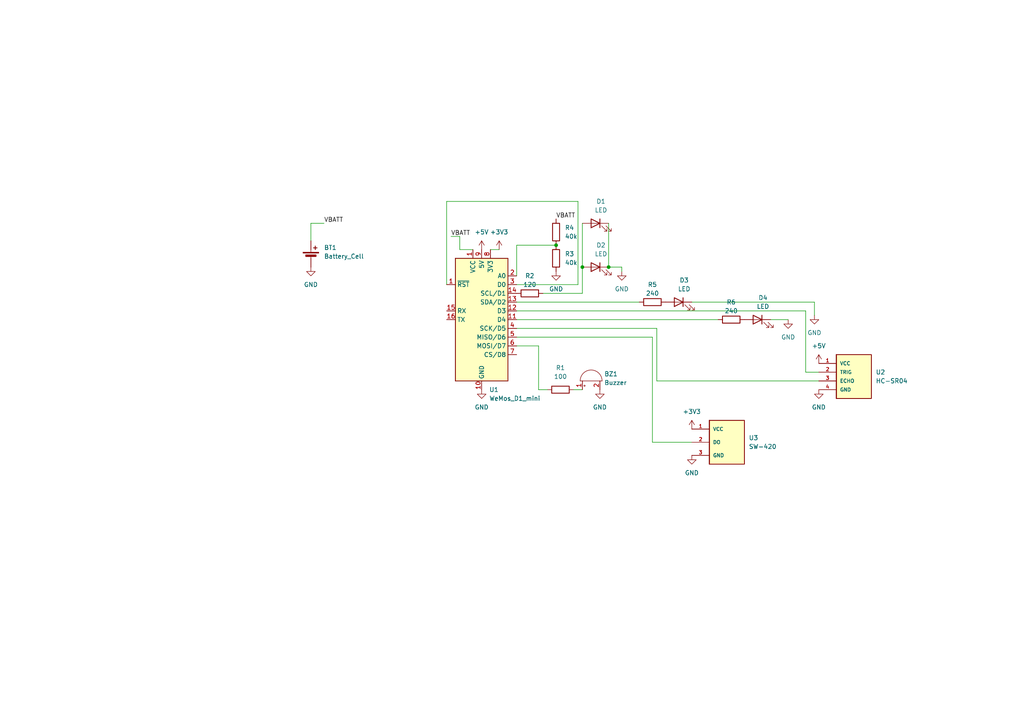
<source format=kicad_sch>
(kicad_sch (version 20230121) (generator eeschema)
  (paper "A4")
  (lib_symbols
    (symbol "Amplifier_Video:HC-SR04" (pin_names (offset 1.016))
      (property "Reference" "U" (at 0 5.08 0))
      (property "Value" "HC-SR04" (at 0 -10.16 0))
      (symbol "HC-SR04_0_0"
        (polyline (pts (xy 0 5.08) (xy 0 -7.62)) (stroke (width 0.254)))
        (rectangle (start 0 5.08) (end 10.16 -7.62) (stroke (width 0.254)) (fill (type background)))
        (pin power_in line (at -5.08 2.54 0) (length 5.08) (name "VCC") (number "1"))
        (pin bidirectional line (at -5.08 0 0) (length 5.08) (name "TRIG") (number "2"))
        (pin bidirectional line (at -5.08 -2.54 0) (length 5.08) (name "ECHO") (number "3"))
        (pin power_in line (at -5.08 -5.08 0) (length 5.08) (name "GND") (number "4"))
      )
    )
    (symbol "Device:Battery_Cell" (pin_numbers hide) (pin_names (offset 0) hide)
      (property "Reference" "BT" (at 2.54 2.54 0))
      (property "Value" "Battery_Cell" (at 2.54 0 0))
      (symbol "Battery_Cell_0_1"
        (rectangle (start -2.286 1.778) (end 2.286 1.524) (fill (type outline)))
        (rectangle (start -1.524 1.016) (end 1.524 0.508) (fill (type outline)))
        (polyline (pts (xy 0 0.762) (xy 0 0)))
        (polyline (pts (xy 0 1.778) (xy 0 2.54)))
        (polyline (pts (xy 0.762 3.048) (xy 1.778 3.048)) (stroke (width 0.254)))
        (polyline (pts (xy 1.27 3.556) (xy 1.27 2.54)) (stroke (width 0.254)))
      )
      (symbol "Battery_Cell_1_1"
        (pin passive line (at 0 5.08 270) (length 2.54) (name "+") (number "1"))
        (pin passive line (at 0 -2.54 90) (length 2.54) (name "-") (number "2"))
      )
    )
    (symbol "Device:Buzzer" (pin_names (offset 0.0254) hide)
      (property "Reference" "BZ" (at 3.81 1.27 0))
      (property "Value" "Buzzer" (at 3.81 -1.27 0))
      (symbol "Buzzer_0_1"
        (arc (start 0 -3.175) (mid 3.1612 0) (end 0 3.175))
        (polyline (pts (xy -1.651 1.905) (xy -1.143 1.905)))
        (polyline (pts (xy -1.397 2.159) (xy -1.397 1.651)))
        (polyline (pts (xy 0 3.175) (xy 0 -3.175)))
      )
      (symbol "Buzzer_1_1"
        (pin passive line (at -2.54 2.54 0) (length 2.54) (name "-") (number "1"))
        (pin passive line (at -2.54 -2.54 0) (length 2.54) (name "+") (number "2"))
      )
    )
    (symbol "Device:LED" (pin_numbers hide) (pin_names (offset 1.016) hide)
      (property "Reference" "D" (at 0 2.54 0))
      (property "Value" "LED" (at 0 -2.54 0))
      (symbol "LED_0_1"
        (polyline (pts (xy -1.27 -1.27) (xy -1.27 1.27)) (stroke (width 0.254)))
        (polyline (pts (xy -1.27 0) (xy 1.27 0)))
        (polyline (pts (xy 1.27 -1.27) (xy 1.27 1.27) (xy -1.27 0) (xy 1.27 -1.27)) (stroke (width 0.254)))
        (polyline (pts (xy -3.048 -0.762) (xy -4.572 -2.286) (xy -3.81 -2.286) (xy -4.572 -2.286) (xy -4.572 -1.524)))
        (polyline (pts (xy -1.778 -0.762) (xy -3.302 -2.286) (xy -2.54 -2.286) (xy -3.302 -2.286) (xy -3.302 -1.524)))
      )
      (symbol "LED_1_1"
        (pin passive line (at -3.81 0 0) (length 2.54) (name "K") (number "1"))
        (pin passive line (at 3.81 0 180) (length 2.54) (name "A") (number "2"))
      )
    )
    (symbol "Device:R" (pin_numbers hide) (pin_names (offset 0))
      (property "Reference" "R" (at 2.032 0 90))
      (property "Value" "R" (at 0 0 90))
      (symbol "R_0_1"
        (rectangle (start -1.016 -2.54) (end 1.016 2.54) (stroke (width 0.254)))
      )
      (symbol "R_1_1"
        (pin passive line (at 0 3.81 270) (length 1.27) (name "~") (number "1"))
        (pin passive line (at 0 -3.81 90) (length 1.27) (name "~") (number "2"))
      )
    )
    (symbol "HC-SR04_1" (pin_names (offset 1.016))
      (property "Reference" "U3" (at 11.43 0 0))
      (property "Value" "SW-420" (at 11.43 -2.54 0))
      (symbol "HC-SR04_1_0_0"
        (polyline (pts (xy 0 5.08) (xy 0 -7.62)) (stroke (width 0.254)))
        (rectangle (start 0 5.08) (end 10.16 -7.62) (stroke (width 0.254)) (fill (type background)))
        (pin power_in line (at -5.08 2.54 0) (length 5.08) (name "VCC") (number "1"))
      )
      (symbol "HC-SR04_1_1_0"
        (pin bidirectional line (at -5.08 -1.27 0) (length 5.08) (name "DO") (number "2"))
        (pin power_in line (at -5.08 -5.08 0) (length 5.08) (name "GND") (number "3"))
      )
    )
    (symbol "MCU_Module:WeMos_D1_mini"
      (property "Reference" "U1" (at 2.1941 -20.32 0))
      (property "Value" "WeMos_D1_mini" (at 2.1941 -22.86 0))
      (symbol "WeMos_D1_mini_1_1"
        (rectangle (start -7.62 17.78) (end 7.62 -17.78) (stroke (width 0.254)) (fill (type background)))
        (pin power_in line (at -2.54 20.32 270) (length 2.54) (name "VCC") (number "1"))
        (pin input line (at -10.16 10.16 0) (length 2.54) (name "~{RST}") (number "1"))
        (pin power_in line (at 0 -20.32 90) (length 2.54) (name "GND") (number "10"))
        (pin bidirectional line (at 10.16 0 180) (length 2.54) (name "D4") (number "11"))
        (pin bidirectional line (at 10.16 2.54 180) (length 2.54) (name "D3") (number "12"))
        (pin bidirectional line (at 10.16 5.08 180) (length 2.54) (name "SDA/D2") (number "13"))
        (pin bidirectional line (at 10.16 7.62 180) (length 2.54) (name "SCL/D1") (number "14"))
        (pin input line (at -10.16 2.54 0) (length 2.54) (name "RX") (number "15"))
        (pin output line (at -10.16 0 0) (length 2.54) (name "TX") (number "16"))
        (pin input line (at 10.16 12.7 180) (length 2.54) (name "A0") (number "2"))
        (pin bidirectional line (at 10.16 10.16 180) (length 2.54) (name "D0") (number "3"))
        (pin bidirectional line (at 10.16 -2.54 180) (length 2.54) (name "SCK/D5") (number "4"))
        (pin bidirectional line (at 10.16 -5.08 180) (length 2.54) (name "MISO/D6") (number "5"))
        (pin bidirectional line (at 10.16 -7.62 180) (length 2.54) (name "MOSI/D7") (number "6"))
        (pin bidirectional line (at 10.16 -10.16 180) (length 2.54) (name "CS/D8") (number "7"))
        (pin power_out line (at 2.54 20.32 270) (length 2.54) (name "3V3") (number "8"))
        (pin output line (at 0 20.32 270) (length 2.54) (name "5V") (number "9"))
      )
    )
    (symbol "power:+3V3" (power) (pin_names (offset 0))
      (property "Value" "+3V3" (at 0 3.556 0))
      (symbol "+3V3_0_1"
        (polyline (pts (xy -0.762 1.27) (xy 0 2.54)))
        (polyline (pts (xy 0 0) (xy 0 2.54)))
        (polyline (pts (xy 0 2.54) (xy 0.762 1.27)))
      )
      (symbol "+3V3_1_1"
        (pin power_in line (at 0 0 90) (length 0) hide (name "+3V3") (number "1"))
      )
    )
    (symbol "power:+5V" (power) (pin_names (offset 0))
      (property "Value" "+5V" (at 0 3.556 0))
      (symbol "+5V_0_1"
        (polyline (pts (xy -0.762 1.27) (xy 0 2.54)))
        (polyline (pts (xy 0 0) (xy 0 2.54)))
        (polyline (pts (xy 0 2.54) (xy 0.762 1.27)))
      )
      (symbol "+5V_1_1"
        (pin power_in line (at 0 0 90) (length 0) hide (name "+5V") (number "1"))
      )
    )
    (symbol "power:GND" (power) (pin_names (offset 0))
      (property "Value" "GND" (at 0 -3.81 0))
      (symbol "GND_0_1"
        (polyline (pts (xy 0 0) (xy 0 -1.27) (xy 1.27 -1.27) (xy 0 -2.54) (xy -1.27 -1.27) (xy 0 -1.27)))
      )
      (symbol "GND_1_1"
        (pin power_in line (at 0 0 270) (length 0) hide (name "GND") (number "1"))
      )
    )
  )
  (junction (at 176.53 77.47))
  (junction (at 161.29 71.12))
  (junction (at 168.91 77.47))
  (wire (pts (xy 144.78 72.39) (xy 142.24 72.39)))
  (wire (pts (xy 233.68 107.95) (xy 233.68 90.17)))
  (wire (pts (xy 149.86 71.12) (xy 149.86 80.01)))
  (wire (pts (xy 168.91 77.47) (xy 168.91 64.77)))
  (wire (pts (xy 90.17 64.77) (xy 93.98 64.77)))
  (wire (pts (xy 180.34 77.47) (xy 176.53 77.47)))
  (wire (pts (xy 190.5 110.49) (xy 237.49 110.49)))
  (wire (pts (xy 236.22 87.63) (xy 236.22 91.44)))
  (wire (pts (xy 149.86 82.55) (xy 167.64 82.55)))
  (wire (pts (xy 161.29 71.12) (xy 149.86 71.12)))
  (wire (pts (xy 149.86 90.17) (xy 233.68 90.17)))
  (wire (pts (xy 149.86 95.25) (xy 190.5 95.25)))
  (wire (pts (xy 130.81 68.58) (xy 133.35 68.58)))
  (wire (pts (xy 190.5 95.25) (xy 190.5 110.49)))
  (wire (pts (xy 156.21 113.03) (xy 158.75 113.03)))
  (wire (pts (xy 228.6 92.71) (xy 223.52 92.71)))
  (wire (pts (xy 189.23 97.79) (xy 149.86 97.79)))
  (wire (pts (xy 129.54 58.42) (xy 167.64 58.42)))
  (wire (pts (xy 176.53 64.77) (xy 176.53 77.47)))
  (wire (pts (xy 185.42 87.63) (xy 149.86 87.63)))
  (wire (pts (xy 180.34 77.47) (xy 180.34 78.74)))
  (wire (pts (xy 157.48 85.09) (xy 168.91 85.09)))
  (wire (pts (xy 208.28 92.71) (xy 149.86 92.71)))
  (wire (pts (xy 168.91 77.47) (xy 168.91 85.09)))
  (wire (pts (xy 90.17 69.85) (xy 90.17 64.77)))
  (wire (pts (xy 236.22 87.63) (xy 200.66 87.63)))
  (wire (pts (xy 129.54 82.55) (xy 129.54 58.42)))
  (wire (pts (xy 133.35 72.39) (xy 137.16 72.39)))
  (wire (pts (xy 189.23 128.27) (xy 189.23 97.79)))
  (wire (pts (xy 156.21 100.33) (xy 149.86 100.33)))
  (wire (pts (xy 156.21 113.03) (xy 156.21 100.33)))
  (wire (pts (xy 133.35 68.58) (xy 133.35 72.39)))
  (wire (pts (xy 166.37 113.03) (xy 168.91 113.03)))
  (wire (pts (xy 237.49 107.95) (xy 233.68 107.95)))
  (wire (pts (xy 167.64 58.42) (xy 167.64 82.55)))
  (wire (pts (xy 200.66 128.27) (xy 189.23 128.27)))
  (label "VBATT" (at 130.81 68.58 0))
  (label "VBATT" (at 161.29 63.5 0))
  (label "VBATT" (at 93.98 64.77 0))
  (symbol (lib_id "power:GND") (at 237.49 113.03 0) (unit 1)
    (property "Reference" "#PWR05" (effects hide))
    (property "Value" "GND" (at 237.49 118.11 0))
  )
  (symbol (lib_id "power:+5V") (at 139.7 72.39 0) (unit 1)
    (property "Reference" "#PWR01" (effects hide))
    (property "Value" "+5V" (at 139.7 67.31 0))
  )
  (symbol (lib_id "Device:LED") (at 196.85 87.63 0) (mirror y) (unit 1)
    (property "Reference" "D3" (at 198.4375 81.28 0))
    (property "Value" "LED" (at 198.4375 83.82 0))
  )
  (symbol (lib_id "Device:R") (at 162.56 113.03 270) (unit 1)
    (property "Reference" "R1" (at 162.56 106.68 90))
    (property "Value" "100" (at 162.56 109.22 90))
  )
  (symbol (lib_id "Device:R") (at 161.29 67.31 0) (unit 1)
    (property "Reference" "R4" (at 163.83 66.04 0) (effects (justify left)))
    (property "Value" "40k" (at 163.83 68.58 0) (effects (justify left)))
  )
  (symbol (lib_id "Device:R") (at 212.09 92.71 270) (unit 1)
    (property "Reference" "R6" (at 212.09 87.63 90))
    (property "Value" "240" (at 212.09 90.17 90))
  )
  (symbol (lib_id "Device:R") (at 161.29 74.93 0) (unit 1)
    (property "Reference" "R3" (at 163.83 73.66 0) (effects (justify left)))
    (property "Value" "40k" (at 163.83 76.2 0) (effects (justify left)))
  )
  (symbol (lib_id "power:GND") (at 236.22 91.44 0) (unit 1)
    (property "Reference" "#PWR08" (effects hide))
    (property "Value" "GND" (at 236.22 96.52 0))
  )
  (symbol (lib_id "power:+5V") (at 237.49 105.41 0) (unit 1)
    (property "Reference" "#PWR02" (effects hide))
    (property "Value" "+5V" (at 237.49 100.33 0))
  )
  (symbol (lib_id "power:GND") (at 161.29 78.74 0) (unit 1)
    (property "Reference" "#PWR013" (effects hide))
    (property "Value" "GND" (at 161.29 83.82 0))
  )
  (symbol (lib_id "power:GND") (at 228.6 92.71 0) (unit 1)
    (property "Reference" "#PWR07" (effects hide))
    (property "Value" "GND" (at 228.6 97.79 0))
  )
  (symbol (lib_id "Device:R") (at 189.23 87.63 270) (unit 1)
    (property "Reference" "R5" (at 189.23 82.55 90))
    (property "Value" "240" (at 189.23 85.09 90))
  )
  (symbol (lib_id "Device:LED") (at 172.72 77.47 0) (mirror y) (unit 1)
    (property "Reference" "D2" (at 174.3075 71.12 0))
    (property "Value" "LED" (at 174.3075 73.66 0))
  )
  (symbol (lib_id "MCU_Module:WeMos_D1_mini") (at 139.7 92.71 0) (unit 1)
    (property "Reference" "U1" (at 141.8941 113.03 0) (effects (justify left)))
    (property "Value" "WeMos_D1_mini" (at 141.8941 115.57 0) (effects (justify left)))
    (property "Footprint" "Module:WEMOS_D1_mini_light" (effects hide))
    (property "Datasheet" "https://wiki.wemos.cc/products:d1:d1_mini#documentation" (effects hide))
  )
  (symbol (lib_id "Device:LED") (at 172.72 64.77 0) (mirror y) (unit 1)
    (property "Reference" "D1" (at 174.3075 58.42 0))
    (property "Value" "LED" (at 174.3075 60.96 0))
  )
  (symbol (lib_id "power:+3V3") (at 200.66 124.46 0) (unit 1)
    (property "Reference" "#PWR010" (effects hide))
    (property "Value" "+3V3" (at 200.66 119.38 0))
  )
  (symbol (lib_id "Device:Battery_Cell") (at 90.17 74.93 0) (unit 1)
    (property "Reference" "BT1" (at 93.98 71.8185 0) (effects (justify left)))
    (property "Value" "Battery_Cell" (at 93.98 74.3585 0) (effects (justify left)))
  )
  (symbol (lib_id "power:GND") (at 90.17 77.47 0) (unit 1)
    (property "Reference" "#PWR03" (effects hide))
    (property "Value" "GND" (at 90.17 82.55 0))
  )
  (symbol (lib_id "power:GND") (at 139.7 113.03 0) (unit 1)
    (property "Reference" "#PWR04" (effects hide))
    (property "Value" "GND" (at 139.7 118.11 0))
  )
  (symbol (lib_id "power:GND") (at 180.34 78.74 0) (unit 1)
    (property "Reference" "#PWR012" (effects hide))
    (property "Value" "GND" (at 180.34 83.82 0))
  )
  (symbol (lib_name "HC-SR04_1") (lib_id "Amplifier_Video:HC-SR04") (at 205.74 127 0) (unit 1)
    (property "Reference" "U3" (at 217.17 127 0) (effects (justify left)))
    (property "Value" "SW-420" (at 217.17 129.54 0) (effects (justify left)))
    (property "Footprint" "XCVR_HC-SR04" (effects hide))
    (property "MF" "SparkFun Electronics" (effects hide))
    (property "Description" "\\nHC-SR04 Ultrasonic Sensor Qwiic Platform Evaluation Expansion Board\\n" (effects hide))
    (property "Package" "None" (effects hide))
    (property "Price" "None" (effects hide))
    (property "Check_prices" "https://www.snapeda.com/parts/HC-SR04/SparkFun+Electronics/view-part/?ref=eda" (effects hide))
    (property "SnapEDA_Link" "https://www.snapeda.com/parts/HC-SR04/SparkFun+Electronics/view-part/?ref=snap" (effects hide))
    (property "MP" "HC-SR04" (effects hide))
    (property "Availability" "Not in stock" (effects hide))
    (property "MANUFACTURER" "Osepp" (effects hide))
  )
  (symbol (lib_id "Amplifier_Video:HC-SR04") (at 242.57 107.95 0) (unit 1)
    (property "Reference" "U2" (at 254 107.95 0) (effects (justify left)))
    (property "Value" "HC-SR04" (at 254 110.49 0) (effects (justify left)))
    (property "Footprint" "XCVR_HC-SR04" (effects hide))
    (property "MF" "SparkFun Electronics" (effects hide))
    (property "Description" "\\nHC-SR04 Ultrasonic Sensor Qwiic Platform Evaluation Expansion Board\\n" (effects hide))
    (property "Package" "None" (effects hide))
    (property "Price" "None" (effects hide))
    (property "Check_prices" "https://www.snapeda.com/parts/HC-SR04/SparkFun+Electronics/view-part/?ref=eda" (effects hide))
    (property "SnapEDA_Link" "https://www.snapeda.com/parts/HC-SR04/SparkFun+Electronics/view-part/?ref=snap" (effects hide))
    (property "MP" "HC-SR04" (effects hide))
    (property "Availability" "Not in stock" (effects hide))
    (property "MANUFACTURER" "Osepp" (effects hide))
  )
  (symbol (lib_id "Device:Buzzer") (at 171.45 110.49 90) (unit 1)
    (property "Reference" "BZ1" (at 175.26 108.4649 90) (effects (justify right)))
    (property "Value" "Buzzer" (at 175.26 111.0049 90) (effects (justify right)))
  )
  (symbol (lib_id "power:GND") (at 173.99 113.03 0) (unit 1)
    (property "Reference" "#PWR011" (effects hide))
    (property "Value" "GND" (at 173.99 118.11 0))
  )
  (symbol (lib_id "power:GND") (at 200.66 132.08 0) (unit 1)
    (property "Reference" "#PWR06" (effects hide))
    (property "Value" "GND" (at 200.66 137.16 0))
  )
  (symbol (lib_id "power:+3V3") (at 144.78 72.39 0) (unit 1)
    (property "Reference" "#PWR09" (effects hide))
    (property "Value" "+3V3" (at 144.78 67.31 0))
  )
  (symbol (lib_id "Device:R") (at 153.67 85.09 270) (unit 1)
    (property "Reference" "R2" (at 153.67 80.01 90))
    (property "Value" "120" (at 153.67 82.55 90))
  )
  (symbol (lib_id "Device:LED") (at 219.71 92.71 0) (mirror y) (unit 1)
    (property "Reference" "D4" (at 221.2975 86.36 0))
    (property "Value" "LED" (at 221.2975 88.9 0))
  )
)
</source>
